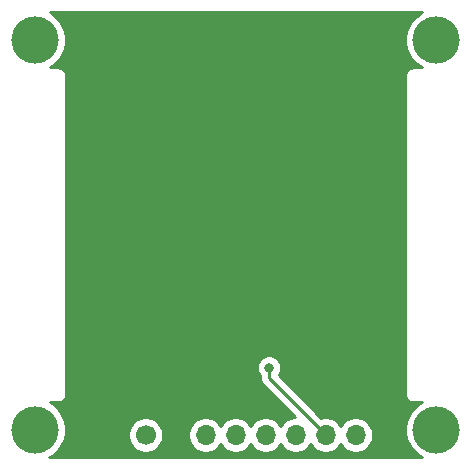
<source format=gbr>
G04 #@! TF.GenerationSoftware,KiCad,Pcbnew,(5.1.10)-1*
G04 #@! TF.CreationDate,2021-09-21T10:03:01-04:00*
G04 #@! TF.ProjectId,SharpDisplayPcb,53686172-7044-4697-9370-6c6179506362,rev?*
G04 #@! TF.SameCoordinates,Original*
G04 #@! TF.FileFunction,Copper,L2,Bot*
G04 #@! TF.FilePolarity,Positive*
%FSLAX46Y46*%
G04 Gerber Fmt 4.6, Leading zero omitted, Abs format (unit mm)*
G04 Created by KiCad (PCBNEW (5.1.10)-1) date 2021-09-21 10:03:01*
%MOMM*%
%LPD*%
G01*
G04 APERTURE LIST*
G04 #@! TA.AperFunction,ComponentPad*
%ADD10O,1.700000X1.700000*%
G04 #@! TD*
G04 #@! TA.AperFunction,ComponentPad*
%ADD11R,1.700000X1.700000*%
G04 #@! TD*
G04 #@! TA.AperFunction,ComponentPad*
%ADD12C,1.700000*%
G04 #@! TD*
G04 #@! TA.AperFunction,ComponentPad*
%ADD13C,4.000000*%
G04 #@! TD*
G04 #@! TA.AperFunction,ViaPad*
%ADD14C,0.800000*%
G04 #@! TD*
G04 #@! TA.AperFunction,Conductor*
%ADD15C,0.250000*%
G04 #@! TD*
G04 #@! TA.AperFunction,Conductor*
%ADD16C,0.254000*%
G04 #@! TD*
G04 #@! TA.AperFunction,Conductor*
%ADD17C,0.100000*%
G04 #@! TD*
G04 APERTURE END LIST*
D10*
G04 #@! TO.P,J1,8*
G04 #@! TO.N,N/C*
X117749100Y-103856100D03*
G04 #@! TO.P,J1,7*
G04 #@! TO.N,BLANK*
X115209100Y-103856100D03*
G04 #@! TO.P,J1,6*
G04 #@! TO.N,N/C*
X112669100Y-103856100D03*
G04 #@! TO.P,J1,5*
G04 #@! TO.N,CS*
X110129100Y-103856100D03*
G04 #@! TO.P,J1,4*
G04 #@! TO.N,SDI*
X107589100Y-103856100D03*
G04 #@! TO.P,J1,3*
G04 #@! TO.N,SCLK*
X105049100Y-103856100D03*
D11*
G04 #@! TO.P,J1,2*
G04 #@! TO.N,GND*
X102509100Y-103856100D03*
D12*
G04 #@! TO.P,J1,1*
G04 #@! TO.N,+3V3*
X99969100Y-103856100D03*
G04 #@! TD*
D13*
G04 #@! TO.P,M3,1*
G04 #@! TO.N,N/C*
X124589100Y-103396100D03*
G04 #@! TD*
G04 #@! TO.P,M3,1*
G04 #@! TO.N,N/C*
X90589100Y-103396100D03*
G04 #@! TD*
G04 #@! TO.P,M3,1*
G04 #@! TO.N,N/C*
X90589100Y-70396100D03*
G04 #@! TD*
G04 #@! TO.P,M3,1*
G04 #@! TO.N,N/C*
X124589100Y-70396100D03*
G04 #@! TD*
D14*
G04 #@! TO.N,GND*
X95727520Y-69956680D03*
X119590820Y-69656960D03*
X120091200Y-103784400D03*
X94005400Y-100761800D03*
X101803200Y-78879700D03*
X105511600Y-80619600D03*
X107175300Y-83769200D03*
G04 #@! TO.N,BLANK*
X110413800Y-98145600D03*
G04 #@! TD*
D15*
G04 #@! TO.N,BLANK*
X110413800Y-99060800D02*
X115209100Y-103856100D01*
X110413800Y-98145600D02*
X110413800Y-99060800D01*
G04 #@! TD*
D16*
G04 #@! TO.N,GND*
X123340959Y-68060993D02*
X122909385Y-68349362D01*
X122542362Y-68716385D01*
X122253993Y-69147959D01*
X122055361Y-69627499D01*
X121954100Y-70136575D01*
X121954100Y-70655625D01*
X122055361Y-71164701D01*
X122253993Y-71644241D01*
X122542362Y-72075815D01*
X122909385Y-72442838D01*
X123340959Y-72731207D01*
X123346017Y-72733302D01*
X122625519Y-72733302D01*
X122593100Y-72730109D01*
X122518920Y-72737415D01*
X122463717Y-72742852D01*
X122339307Y-72780592D01*
X122224650Y-72841877D01*
X122124152Y-72924354D01*
X122041675Y-73024852D01*
X121980390Y-73139509D01*
X121942650Y-73263919D01*
X121929907Y-73393302D01*
X121933100Y-73425721D01*
X121933101Y-100373769D01*
X121929907Y-100406198D01*
X121942650Y-100535581D01*
X121980390Y-100659991D01*
X122041675Y-100774648D01*
X122124152Y-100875146D01*
X122224650Y-100957623D01*
X122339307Y-101018908D01*
X122463717Y-101056648D01*
X122560681Y-101066198D01*
X122593100Y-101069391D01*
X122625519Y-101066198D01*
X123333169Y-101066198D01*
X122909385Y-101349362D01*
X122542362Y-101716385D01*
X122253993Y-102147959D01*
X122055361Y-102627499D01*
X121954100Y-103136575D01*
X121954100Y-103655625D01*
X122055361Y-104164701D01*
X122253993Y-104644241D01*
X122542362Y-105075815D01*
X122909385Y-105442838D01*
X123340959Y-105731207D01*
X123363641Y-105740602D01*
X91814559Y-105740602D01*
X91837241Y-105731207D01*
X92268815Y-105442838D01*
X92635838Y-105075815D01*
X92924207Y-104644241D01*
X93122839Y-104164701D01*
X93213316Y-103709840D01*
X98484100Y-103709840D01*
X98484100Y-104002360D01*
X98541168Y-104289258D01*
X98653110Y-104559511D01*
X98815625Y-104802732D01*
X99022468Y-105009575D01*
X99265689Y-105172090D01*
X99535942Y-105284032D01*
X99822840Y-105341100D01*
X100115360Y-105341100D01*
X100402258Y-105284032D01*
X100672511Y-105172090D01*
X100915732Y-105009575D01*
X101122575Y-104802732D01*
X101285090Y-104559511D01*
X101397032Y-104289258D01*
X101454100Y-104002360D01*
X101454100Y-103709840D01*
X103564100Y-103709840D01*
X103564100Y-104002360D01*
X103621168Y-104289258D01*
X103733110Y-104559511D01*
X103895625Y-104802732D01*
X104102468Y-105009575D01*
X104345689Y-105172090D01*
X104615942Y-105284032D01*
X104902840Y-105341100D01*
X105195360Y-105341100D01*
X105482258Y-105284032D01*
X105752511Y-105172090D01*
X105995732Y-105009575D01*
X106202575Y-104802732D01*
X106319100Y-104628340D01*
X106435625Y-104802732D01*
X106642468Y-105009575D01*
X106885689Y-105172090D01*
X107155942Y-105284032D01*
X107442840Y-105341100D01*
X107735360Y-105341100D01*
X108022258Y-105284032D01*
X108292511Y-105172090D01*
X108535732Y-105009575D01*
X108742575Y-104802732D01*
X108859100Y-104628340D01*
X108975625Y-104802732D01*
X109182468Y-105009575D01*
X109425689Y-105172090D01*
X109695942Y-105284032D01*
X109982840Y-105341100D01*
X110275360Y-105341100D01*
X110562258Y-105284032D01*
X110832511Y-105172090D01*
X111075732Y-105009575D01*
X111282575Y-104802732D01*
X111399100Y-104628340D01*
X111515625Y-104802732D01*
X111722468Y-105009575D01*
X111965689Y-105172090D01*
X112235942Y-105284032D01*
X112522840Y-105341100D01*
X112815360Y-105341100D01*
X113102258Y-105284032D01*
X113372511Y-105172090D01*
X113615732Y-105009575D01*
X113822575Y-104802732D01*
X113939100Y-104628340D01*
X114055625Y-104802732D01*
X114262468Y-105009575D01*
X114505689Y-105172090D01*
X114775942Y-105284032D01*
X115062840Y-105341100D01*
X115355360Y-105341100D01*
X115642258Y-105284032D01*
X115912511Y-105172090D01*
X116155732Y-105009575D01*
X116362575Y-104802732D01*
X116479100Y-104628340D01*
X116595625Y-104802732D01*
X116802468Y-105009575D01*
X117045689Y-105172090D01*
X117315942Y-105284032D01*
X117602840Y-105341100D01*
X117895360Y-105341100D01*
X118182258Y-105284032D01*
X118452511Y-105172090D01*
X118695732Y-105009575D01*
X118902575Y-104802732D01*
X119065090Y-104559511D01*
X119177032Y-104289258D01*
X119234100Y-104002360D01*
X119234100Y-103709840D01*
X119177032Y-103422942D01*
X119065090Y-103152689D01*
X118902575Y-102909468D01*
X118695732Y-102702625D01*
X118452511Y-102540110D01*
X118182258Y-102428168D01*
X117895360Y-102371100D01*
X117602840Y-102371100D01*
X117315942Y-102428168D01*
X117045689Y-102540110D01*
X116802468Y-102702625D01*
X116595625Y-102909468D01*
X116479100Y-103083860D01*
X116362575Y-102909468D01*
X116155732Y-102702625D01*
X115912511Y-102540110D01*
X115642258Y-102428168D01*
X115355360Y-102371100D01*
X115062840Y-102371100D01*
X114842692Y-102414890D01*
X111223921Y-98796120D01*
X111331005Y-98635856D01*
X111409026Y-98447498D01*
X111448800Y-98247539D01*
X111448800Y-98043661D01*
X111409026Y-97843702D01*
X111331005Y-97655344D01*
X111217737Y-97485826D01*
X111073574Y-97341663D01*
X110904056Y-97228395D01*
X110715698Y-97150374D01*
X110515739Y-97110600D01*
X110311861Y-97110600D01*
X110111902Y-97150374D01*
X109923544Y-97228395D01*
X109754026Y-97341663D01*
X109609863Y-97485826D01*
X109496595Y-97655344D01*
X109418574Y-97843702D01*
X109378800Y-98043661D01*
X109378800Y-98247539D01*
X109418574Y-98447498D01*
X109496595Y-98635856D01*
X109609863Y-98805374D01*
X109653801Y-98849312D01*
X109653801Y-99023468D01*
X109650124Y-99060800D01*
X109664798Y-99209785D01*
X109708254Y-99353046D01*
X109778826Y-99485076D01*
X109850001Y-99571802D01*
X109873800Y-99600801D01*
X109902798Y-99624599D01*
X112649298Y-102371100D01*
X112522840Y-102371100D01*
X112235942Y-102428168D01*
X111965689Y-102540110D01*
X111722468Y-102702625D01*
X111515625Y-102909468D01*
X111399100Y-103083860D01*
X111282575Y-102909468D01*
X111075732Y-102702625D01*
X110832511Y-102540110D01*
X110562258Y-102428168D01*
X110275360Y-102371100D01*
X109982840Y-102371100D01*
X109695942Y-102428168D01*
X109425689Y-102540110D01*
X109182468Y-102702625D01*
X108975625Y-102909468D01*
X108859100Y-103083860D01*
X108742575Y-102909468D01*
X108535732Y-102702625D01*
X108292511Y-102540110D01*
X108022258Y-102428168D01*
X107735360Y-102371100D01*
X107442840Y-102371100D01*
X107155942Y-102428168D01*
X106885689Y-102540110D01*
X106642468Y-102702625D01*
X106435625Y-102909468D01*
X106319100Y-103083860D01*
X106202575Y-102909468D01*
X105995732Y-102702625D01*
X105752511Y-102540110D01*
X105482258Y-102428168D01*
X105195360Y-102371100D01*
X104902840Y-102371100D01*
X104615942Y-102428168D01*
X104345689Y-102540110D01*
X104102468Y-102702625D01*
X103895625Y-102909468D01*
X103733110Y-103152689D01*
X103621168Y-103422942D01*
X103564100Y-103709840D01*
X101454100Y-103709840D01*
X101397032Y-103422942D01*
X101285090Y-103152689D01*
X101122575Y-102909468D01*
X100915732Y-102702625D01*
X100672511Y-102540110D01*
X100402258Y-102428168D01*
X100115360Y-102371100D01*
X99822840Y-102371100D01*
X99535942Y-102428168D01*
X99265689Y-102540110D01*
X99022468Y-102702625D01*
X98815625Y-102909468D01*
X98653110Y-103152689D01*
X98541168Y-103422942D01*
X98484100Y-103709840D01*
X93213316Y-103709840D01*
X93224100Y-103655625D01*
X93224100Y-103136575D01*
X93122839Y-102627499D01*
X92924207Y-102147959D01*
X92635838Y-101716385D01*
X92268815Y-101349362D01*
X91845034Y-101066200D01*
X92563281Y-101066200D01*
X92595700Y-101069393D01*
X92628119Y-101066200D01*
X92628282Y-101066184D01*
X92660122Y-101063048D01*
X92725083Y-101056650D01*
X92849493Y-101018910D01*
X92964150Y-100957625D01*
X93064648Y-100875148D01*
X93147125Y-100774650D01*
X93208410Y-100659993D01*
X93246150Y-100535583D01*
X93258893Y-100406200D01*
X93255700Y-100373781D01*
X93255700Y-73425712D01*
X93258892Y-73393300D01*
X93255700Y-73360891D01*
X93255700Y-73360881D01*
X93246150Y-73263917D01*
X93208410Y-73139507D01*
X93147125Y-73024850D01*
X93064648Y-72924352D01*
X92964150Y-72841875D01*
X92849493Y-72780590D01*
X92725083Y-72742850D01*
X92595700Y-72730107D01*
X92563280Y-72733300D01*
X91832185Y-72733301D01*
X91837241Y-72731207D01*
X92268815Y-72442838D01*
X92635838Y-72075815D01*
X92924207Y-71644241D01*
X93122839Y-71164701D01*
X93224100Y-70655625D01*
X93224100Y-70136575D01*
X93122839Y-69627499D01*
X92924207Y-69147959D01*
X92635838Y-68716385D01*
X92268815Y-68349362D01*
X91837241Y-68060993D01*
X91832188Y-68058900D01*
X123346012Y-68058900D01*
X123340959Y-68060993D01*
G04 #@! TA.AperFunction,Conductor*
D17*
G36*
X123340959Y-68060993D02*
G01*
X122909385Y-68349362D01*
X122542362Y-68716385D01*
X122253993Y-69147959D01*
X122055361Y-69627499D01*
X121954100Y-70136575D01*
X121954100Y-70655625D01*
X122055361Y-71164701D01*
X122253993Y-71644241D01*
X122542362Y-72075815D01*
X122909385Y-72442838D01*
X123340959Y-72731207D01*
X123346017Y-72733302D01*
X122625519Y-72733302D01*
X122593100Y-72730109D01*
X122518920Y-72737415D01*
X122463717Y-72742852D01*
X122339307Y-72780592D01*
X122224650Y-72841877D01*
X122124152Y-72924354D01*
X122041675Y-73024852D01*
X121980390Y-73139509D01*
X121942650Y-73263919D01*
X121929907Y-73393302D01*
X121933100Y-73425721D01*
X121933101Y-100373769D01*
X121929907Y-100406198D01*
X121942650Y-100535581D01*
X121980390Y-100659991D01*
X122041675Y-100774648D01*
X122124152Y-100875146D01*
X122224650Y-100957623D01*
X122339307Y-101018908D01*
X122463717Y-101056648D01*
X122560681Y-101066198D01*
X122593100Y-101069391D01*
X122625519Y-101066198D01*
X123333169Y-101066198D01*
X122909385Y-101349362D01*
X122542362Y-101716385D01*
X122253993Y-102147959D01*
X122055361Y-102627499D01*
X121954100Y-103136575D01*
X121954100Y-103655625D01*
X122055361Y-104164701D01*
X122253993Y-104644241D01*
X122542362Y-105075815D01*
X122909385Y-105442838D01*
X123340959Y-105731207D01*
X123363641Y-105740602D01*
X91814559Y-105740602D01*
X91837241Y-105731207D01*
X92268815Y-105442838D01*
X92635838Y-105075815D01*
X92924207Y-104644241D01*
X93122839Y-104164701D01*
X93213316Y-103709840D01*
X98484100Y-103709840D01*
X98484100Y-104002360D01*
X98541168Y-104289258D01*
X98653110Y-104559511D01*
X98815625Y-104802732D01*
X99022468Y-105009575D01*
X99265689Y-105172090D01*
X99535942Y-105284032D01*
X99822840Y-105341100D01*
X100115360Y-105341100D01*
X100402258Y-105284032D01*
X100672511Y-105172090D01*
X100915732Y-105009575D01*
X101122575Y-104802732D01*
X101285090Y-104559511D01*
X101397032Y-104289258D01*
X101454100Y-104002360D01*
X101454100Y-103709840D01*
X103564100Y-103709840D01*
X103564100Y-104002360D01*
X103621168Y-104289258D01*
X103733110Y-104559511D01*
X103895625Y-104802732D01*
X104102468Y-105009575D01*
X104345689Y-105172090D01*
X104615942Y-105284032D01*
X104902840Y-105341100D01*
X105195360Y-105341100D01*
X105482258Y-105284032D01*
X105752511Y-105172090D01*
X105995732Y-105009575D01*
X106202575Y-104802732D01*
X106319100Y-104628340D01*
X106435625Y-104802732D01*
X106642468Y-105009575D01*
X106885689Y-105172090D01*
X107155942Y-105284032D01*
X107442840Y-105341100D01*
X107735360Y-105341100D01*
X108022258Y-105284032D01*
X108292511Y-105172090D01*
X108535732Y-105009575D01*
X108742575Y-104802732D01*
X108859100Y-104628340D01*
X108975625Y-104802732D01*
X109182468Y-105009575D01*
X109425689Y-105172090D01*
X109695942Y-105284032D01*
X109982840Y-105341100D01*
X110275360Y-105341100D01*
X110562258Y-105284032D01*
X110832511Y-105172090D01*
X111075732Y-105009575D01*
X111282575Y-104802732D01*
X111399100Y-104628340D01*
X111515625Y-104802732D01*
X111722468Y-105009575D01*
X111965689Y-105172090D01*
X112235942Y-105284032D01*
X112522840Y-105341100D01*
X112815360Y-105341100D01*
X113102258Y-105284032D01*
X113372511Y-105172090D01*
X113615732Y-105009575D01*
X113822575Y-104802732D01*
X113939100Y-104628340D01*
X114055625Y-104802732D01*
X114262468Y-105009575D01*
X114505689Y-105172090D01*
X114775942Y-105284032D01*
X115062840Y-105341100D01*
X115355360Y-105341100D01*
X115642258Y-105284032D01*
X115912511Y-105172090D01*
X116155732Y-105009575D01*
X116362575Y-104802732D01*
X116479100Y-104628340D01*
X116595625Y-104802732D01*
X116802468Y-105009575D01*
X117045689Y-105172090D01*
X117315942Y-105284032D01*
X117602840Y-105341100D01*
X117895360Y-105341100D01*
X118182258Y-105284032D01*
X118452511Y-105172090D01*
X118695732Y-105009575D01*
X118902575Y-104802732D01*
X119065090Y-104559511D01*
X119177032Y-104289258D01*
X119234100Y-104002360D01*
X119234100Y-103709840D01*
X119177032Y-103422942D01*
X119065090Y-103152689D01*
X118902575Y-102909468D01*
X118695732Y-102702625D01*
X118452511Y-102540110D01*
X118182258Y-102428168D01*
X117895360Y-102371100D01*
X117602840Y-102371100D01*
X117315942Y-102428168D01*
X117045689Y-102540110D01*
X116802468Y-102702625D01*
X116595625Y-102909468D01*
X116479100Y-103083860D01*
X116362575Y-102909468D01*
X116155732Y-102702625D01*
X115912511Y-102540110D01*
X115642258Y-102428168D01*
X115355360Y-102371100D01*
X115062840Y-102371100D01*
X114842692Y-102414890D01*
X111223921Y-98796120D01*
X111331005Y-98635856D01*
X111409026Y-98447498D01*
X111448800Y-98247539D01*
X111448800Y-98043661D01*
X111409026Y-97843702D01*
X111331005Y-97655344D01*
X111217737Y-97485826D01*
X111073574Y-97341663D01*
X110904056Y-97228395D01*
X110715698Y-97150374D01*
X110515739Y-97110600D01*
X110311861Y-97110600D01*
X110111902Y-97150374D01*
X109923544Y-97228395D01*
X109754026Y-97341663D01*
X109609863Y-97485826D01*
X109496595Y-97655344D01*
X109418574Y-97843702D01*
X109378800Y-98043661D01*
X109378800Y-98247539D01*
X109418574Y-98447498D01*
X109496595Y-98635856D01*
X109609863Y-98805374D01*
X109653801Y-98849312D01*
X109653801Y-99023468D01*
X109650124Y-99060800D01*
X109664798Y-99209785D01*
X109708254Y-99353046D01*
X109778826Y-99485076D01*
X109850001Y-99571802D01*
X109873800Y-99600801D01*
X109902798Y-99624599D01*
X112649298Y-102371100D01*
X112522840Y-102371100D01*
X112235942Y-102428168D01*
X111965689Y-102540110D01*
X111722468Y-102702625D01*
X111515625Y-102909468D01*
X111399100Y-103083860D01*
X111282575Y-102909468D01*
X111075732Y-102702625D01*
X110832511Y-102540110D01*
X110562258Y-102428168D01*
X110275360Y-102371100D01*
X109982840Y-102371100D01*
X109695942Y-102428168D01*
X109425689Y-102540110D01*
X109182468Y-102702625D01*
X108975625Y-102909468D01*
X108859100Y-103083860D01*
X108742575Y-102909468D01*
X108535732Y-102702625D01*
X108292511Y-102540110D01*
X108022258Y-102428168D01*
X107735360Y-102371100D01*
X107442840Y-102371100D01*
X107155942Y-102428168D01*
X106885689Y-102540110D01*
X106642468Y-102702625D01*
X106435625Y-102909468D01*
X106319100Y-103083860D01*
X106202575Y-102909468D01*
X105995732Y-102702625D01*
X105752511Y-102540110D01*
X105482258Y-102428168D01*
X105195360Y-102371100D01*
X104902840Y-102371100D01*
X104615942Y-102428168D01*
X104345689Y-102540110D01*
X104102468Y-102702625D01*
X103895625Y-102909468D01*
X103733110Y-103152689D01*
X103621168Y-103422942D01*
X103564100Y-103709840D01*
X101454100Y-103709840D01*
X101397032Y-103422942D01*
X101285090Y-103152689D01*
X101122575Y-102909468D01*
X100915732Y-102702625D01*
X100672511Y-102540110D01*
X100402258Y-102428168D01*
X100115360Y-102371100D01*
X99822840Y-102371100D01*
X99535942Y-102428168D01*
X99265689Y-102540110D01*
X99022468Y-102702625D01*
X98815625Y-102909468D01*
X98653110Y-103152689D01*
X98541168Y-103422942D01*
X98484100Y-103709840D01*
X93213316Y-103709840D01*
X93224100Y-103655625D01*
X93224100Y-103136575D01*
X93122839Y-102627499D01*
X92924207Y-102147959D01*
X92635838Y-101716385D01*
X92268815Y-101349362D01*
X91845034Y-101066200D01*
X92563281Y-101066200D01*
X92595700Y-101069393D01*
X92628119Y-101066200D01*
X92628282Y-101066184D01*
X92660122Y-101063048D01*
X92725083Y-101056650D01*
X92849493Y-101018910D01*
X92964150Y-100957625D01*
X93064648Y-100875148D01*
X93147125Y-100774650D01*
X93208410Y-100659993D01*
X93246150Y-100535583D01*
X93258893Y-100406200D01*
X93255700Y-100373781D01*
X93255700Y-73425712D01*
X93258892Y-73393300D01*
X93255700Y-73360891D01*
X93255700Y-73360881D01*
X93246150Y-73263917D01*
X93208410Y-73139507D01*
X93147125Y-73024850D01*
X93064648Y-72924352D01*
X92964150Y-72841875D01*
X92849493Y-72780590D01*
X92725083Y-72742850D01*
X92595700Y-72730107D01*
X92563280Y-72733300D01*
X91832185Y-72733301D01*
X91837241Y-72731207D01*
X92268815Y-72442838D01*
X92635838Y-72075815D01*
X92924207Y-71644241D01*
X93122839Y-71164701D01*
X93224100Y-70655625D01*
X93224100Y-70136575D01*
X93122839Y-69627499D01*
X92924207Y-69147959D01*
X92635838Y-68716385D01*
X92268815Y-68349362D01*
X91837241Y-68060993D01*
X91832188Y-68058900D01*
X123346012Y-68058900D01*
X123340959Y-68060993D01*
G37*
G04 #@! TD.AperFunction*
G04 #@! TD*
M02*

</source>
